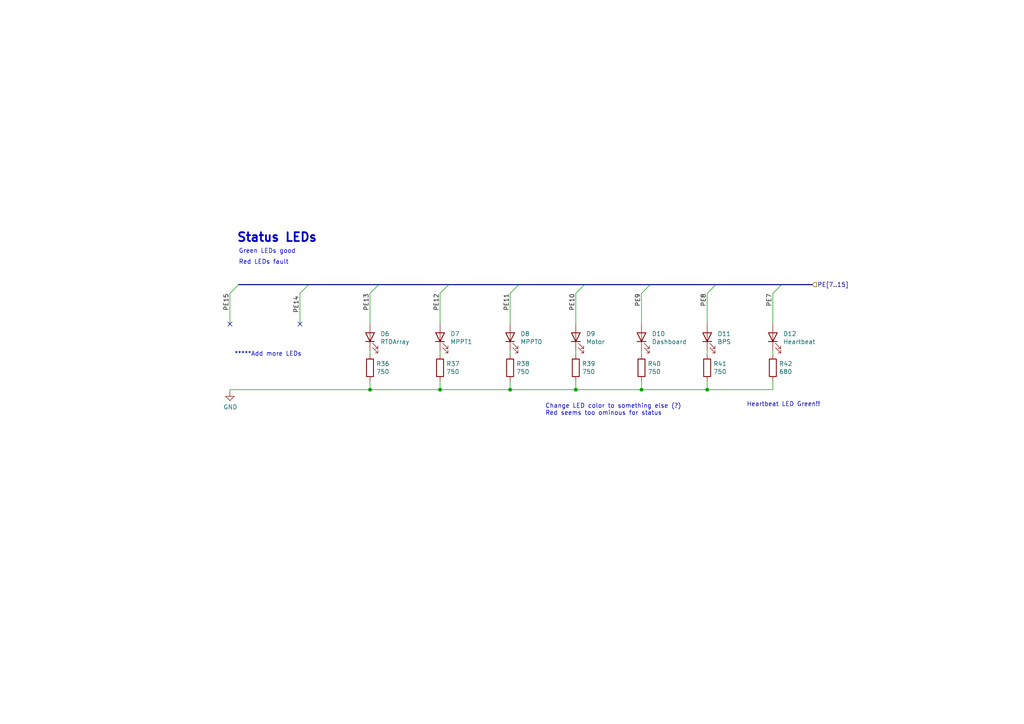
<source format=kicad_sch>
(kicad_sch (version 20230121) (generator eeschema)
  (paper "A4")
  (lib_symbols
    (symbol "Device:LED" (pin_numbers hide) (pin_names (offset 1.016) hide)
      (property "Reference" "D" (at 0 2.54 0))
      (property "Value" "LED" (at 0 -2.54 0))
      (symbol "LED_0_1"
        (polyline (pts (xy -1.27 -1.27) (xy -1.27 1.27)) (stroke (width 0.254)))
        (polyline (pts (xy -1.27 0) (xy 1.27 0)))
        (polyline (pts (xy 1.27 -1.27) (xy 1.27 1.27) (xy -1.27 0) (xy 1.27 -1.27)) (stroke (width 0.254)))
        (polyline (pts (xy -3.048 -0.762) (xy -4.572 -2.286) (xy -3.81 -2.286) (xy -4.572 -2.286) (xy -4.572 -1.524)))
        (polyline (pts (xy -1.778 -0.762) (xy -3.302 -2.286) (xy -2.54 -2.286) (xy -3.302 -2.286) (xy -3.302 -1.524)))
      )
      (symbol "LED_1_1"
        (pin passive line (at -3.81 0 0) (length 2.54) (name "K") (number "1"))
        (pin passive line (at 3.81 0 180) (length 2.54) (name "A") (number "2"))
      )
    )
    (symbol "Device:R" (pin_numbers hide) (pin_names (offset 0))
      (property "Reference" "R" (at 2.032 0 90))
      (property "Value" "R" (at 0 0 90))
      (symbol "R_0_1"
        (rectangle (start -1.016 -2.54) (end 1.016 2.54) (stroke (width 0.254)))
      )
      (symbol "R_1_1"
        (pin passive line (at 0 3.81 270) (length 1.27) (name "~") (number "1"))
        (pin passive line (at 0 -3.81 90) (length 1.27) (name "~") (number "2"))
      )
    )
    (symbol "power:GND" (power) (pin_names (offset 0))
      (property "Value" "GND" (at 0 -3.81 0))
      (symbol "GND_0_1"
        (polyline (pts (xy 0 0) (xy 0 -1.27) (xy 1.27 -1.27) (xy 0 -2.54) (xy -1.27 -1.27) (xy 0 -1.27)))
      )
      (symbol "GND_1_1"
        (pin power_in line (at 0 0 270) (length 0) hide (name "GND") (number "1"))
      )
    )
  )
  (junction (at 167.005 113.03))
  (junction (at 127.635 113.03))
  (junction (at 186.055 113.03))
  (junction (at 205.105 113.03))
  (junction (at 147.955 113.03))
  (junction (at 107.315 113.03))
  (no_connect (at 86.995 93.98))
  (no_connect (at 66.675 93.98))
  (bus_entry (at 150.495 82.55) (size -2.54 2.54))
  (bus_entry (at 130.175 82.55) (size -2.54 2.54))
  (bus_entry (at 188.595 82.55) (size -2.54 2.54))
  (bus_entry (at 169.545 82.55) (size -2.54 2.54))
  (bus_entry (at 109.855 82.55) (size -2.54 2.54))
  (bus_entry (at 207.645 82.55) (size -2.54 2.54))
  (bus_entry (at 224.155 85.09) (size 2.54 -2.54))
  (bus_entry (at 89.535 82.55) (size -2.54 2.54))
  (bus_entry (at 69.215 82.55) (size -2.54 2.54))
  (bus (pts (xy 207.645 82.55) (xy 226.695 82.55)))
  (wire (pts (xy 66.675 113.665) (xy 66.675 113.03)))
  (bus (pts (xy 169.545 82.55) (xy 188.595 82.55)))
  (wire (pts (xy 147.955 113.03) (xy 147.955 110.49)))
  (wire (pts (xy 167.005 101.6) (xy 167.005 102.87)))
  (wire (pts (xy 66.675 93.98) (xy 66.675 85.09)))
  (wire (pts (xy 127.635 113.03) (xy 127.635 110.49)))
  (wire (pts (xy 205.105 93.98) (xy 205.105 85.09)))
  (wire (pts (xy 167.005 93.98) (xy 167.005 85.09)))
  (bus (pts (xy 188.595 82.55) (xy 207.645 82.55)))
  (bus (pts (xy 109.855 82.55) (xy 130.175 82.55)))
  (wire (pts (xy 186.055 93.98) (xy 186.055 85.09)))
  (wire (pts (xy 127.635 93.98) (xy 127.635 85.09)))
  (bus (pts (xy 150.495 82.55) (xy 169.545 82.55)))
  (wire (pts (xy 127.635 101.6) (xy 127.635 102.87)))
  (wire (pts (xy 147.955 93.98) (xy 147.955 85.09)))
  (wire (pts (xy 224.155 113.03) (xy 205.105 113.03)))
  (wire (pts (xy 167.005 113.03) (xy 167.005 110.49)))
  (bus (pts (xy 226.695 82.55) (xy 235.585 82.55)))
  (wire (pts (xy 127.635 113.03) (xy 147.955 113.03)))
  (bus (pts (xy 89.535 82.55) (xy 109.855 82.55)))
  (wire (pts (xy 86.995 85.09) (xy 86.995 93.98)))
  (wire (pts (xy 224.155 93.98) (xy 224.155 85.09)))
  (wire (pts (xy 147.955 101.6) (xy 147.955 102.87)))
  (wire (pts (xy 186.055 101.6) (xy 186.055 102.87)))
  (wire (pts (xy 107.315 113.03) (xy 127.635 113.03)))
  (wire (pts (xy 167.005 113.03) (xy 186.055 113.03)))
  (wire (pts (xy 107.315 101.6) (xy 107.315 102.87)))
  (wire (pts (xy 205.105 101.6) (xy 205.105 102.87)))
  (bus (pts (xy 130.175 82.55) (xy 150.495 82.55)))
  (wire (pts (xy 224.155 110.49) (xy 224.155 113.03)))
  (wire (pts (xy 66.675 113.03) (xy 107.315 113.03)))
  (bus (pts (xy 69.215 82.55) (xy 89.535 82.55)))
  (wire (pts (xy 186.055 113.03) (xy 186.055 110.49)))
  (wire (pts (xy 205.105 113.03) (xy 205.105 110.49)))
  (wire (pts (xy 147.955 113.03) (xy 167.005 113.03)))
  (wire (pts (xy 224.155 101.6) (xy 224.155 102.87)))
  (wire (pts (xy 107.315 113.03) (xy 107.315 110.49)))
  (wire (pts (xy 107.315 85.09) (xy 107.315 93.98)))
  (wire (pts (xy 186.055 113.03) (xy 205.105 113.03)))
  (text "Change LED color to something else (?)\nRed seems too ominous for status" (at 158.115 120.65 0) (effects (font (size 1.27 1.27)) (justify left bottom)))
  (text "*****Add more LEDs" (at 67.945 103.505 0) (effects (font (size 1.27 1.27)) (justify left bottom)))
  (text "Heartbeat LED Green!!" (at 216.535 118.11 0) (effects (font (size 1.27 1.27)) (justify left bottom)))
  (text "Red LEDs fault" (at 69.215 76.835 0) (effects (font (size 1.27 1.27)) (justify left bottom)))
  (text "Status LEDs" (at 68.58 70.485 0) (effects (font (size 2.54 2.54) (thickness 0.508) bold) (justify left bottom)))
  (text "Green LEDs good" (at 69.215 73.66 0) (effects (font (size 1.27 1.27)) (justify left bottom)))
  (label "PE14" (at 86.995 85.725 270))
  (label "PE9" (at 186.055 85.09 270))
  (label "PE15" (at 66.675 85.09 270))
  (label "PE13" (at 107.315 85.09 270))
  (label "PE12" (at 127.635 85.09 270))
  (label "PE10" (at 167.005 85.09 270))
  (label "PE7" (at 224.155 85.09 270))
  (label "PE8" (at 205.105 85.09 270))
  (label "PE11" (at 147.955 85.09 270))
  (hierarchical_label "PE[7..15]" (shape input) (at 235.585 82.55 0))
  (symbol (lib_id "Device:LED") (at 224.155 97.79 90) (unit 1)
    (property "Reference" "D12" (at 227.1268 96.8248 90) (effects (justify right)))
    (property "Value" "Heartbeat" (at 227.1268 99.1362 90) (effects (justify right)))
    (property "Footprint" "LED_SMD:LED_0805_2012Metric" (effects hide))
    (property "Datasheet" "https://www.mouser.com/datasheet/2/216/APTD2012LCGCK-1102037.pdf" (effects hide))
    (property "Color" "Green" (effects hide))
    (property "P/N" "APTD2012LCGCK" (effects hide))
    (property "Vf" "1.9V" (effects hide))
  )
  (symbol (lib_id "Device:R") (at 224.155 106.68 0) (unit 1)
    (property "Reference" "R42" (at 225.933 105.5116 0) (effects (justify left)))
    (property "Value" "680" (at 225.933 107.823 0) (effects (justify left)))
    (property "Footprint" "Resistor_SMD:R_0805_2012Metric" (effects hide))
    (property "Datasheet" "https://www.mouser.com/datasheet/2/427/dcrcwe3-1762152.pdf" (effects hide))
    (property "P/N" "CRCW0805680RFKTA" (effects hide))
  )
  (symbol (lib_id "Device:LED") (at 147.955 97.79 90) (unit 1)
    (property "Reference" "D8" (at 150.9268 96.8248 90) (effects (justify right)))
    (property "Value" "MPPT0" (at 150.9268 99.1362 90) (effects (justify right)))
    (property "Footprint" "LED_SMD:LED_0805_2012Metric" (effects hide))
    (property "Datasheet" "https://www.mouser.com/datasheet/2/216/APT2012LSECK_J3_PRV-535674.pdf" (effects hide))
    (property "Color" "Red" (effects hide))
    (property "P/N" "APTD2012LSURCK" (effects hide))
  )
  (symbol (lib_id "Device:R") (at 147.955 106.68 0) (unit 1)
    (property "Reference" "R38" (at 149.733 105.5116 0) (effects (justify left)))
    (property "Value" "750" (at 149.733 107.823 0) (effects (justify left)))
    (property "Footprint" "Resistor_SMD:R_0805_2012Metric" (effects hide))
    (property "Datasheet" "https://www.mouser.com/datasheet/2/427/dcrcwe3-1762152.pdf" (effects hide))
    (property "P/N" "CRCW0805750RFKEAHP" (effects hide))
  )
  (symbol (lib_id "power:GND") (at 66.675 113.665 0) (unit 1)
    (property "Reference" "#PWR0176" (effects hide))
    (property "Value" "GND" (at 66.802 118.0592 0))
  )
  (symbol (lib_id "Device:LED") (at 186.055 97.79 90) (unit 1)
    (property "Reference" "D10" (at 189.0268 96.8248 90) (effects (justify right)))
    (property "Value" "Dashboard" (at 189.0268 99.1362 90) (effects (justify right)))
    (property "Footprint" "LED_SMD:LED_0805_2012Metric" (effects hide))
    (property "Datasheet" "https://www.mouser.com/datasheet/2/216/APT2012LSECK_J3_PRV-535674.pdf" (effects hide))
    (property "Color" "Red" (effects hide))
    (property "P/N" "APTD2012LSURCK" (effects hide))
  )
  (symbol (lib_id "Device:R") (at 186.055 106.68 0) (unit 1)
    (property "Reference" "R40" (at 187.833 105.5116 0) (effects (justify left)))
    (property "Value" "750" (at 187.833 107.823 0) (effects (justify left)))
    (property "Footprint" "Resistor_SMD:R_0805_2012Metric" (effects hide))
    (property "Datasheet" "https://www.mouser.com/datasheet/2/427/dcrcwe3-1762152.pdf" (effects hide))
    (property "P/N" "CRCW0805750RFKEAHP" (effects hide))
  )
  (symbol (lib_id "Device:LED") (at 167.005 97.79 90) (unit 1)
    (property "Reference" "D9" (at 169.9768 96.8248 90) (effects (justify right)))
    (property "Value" "Motor" (at 169.9768 99.1362 90) (effects (justify right)))
    (property "Footprint" "LED_SMD:LED_0805_2012Metric" (effects hide))
    (property "Datasheet" "https://www.mouser.com/datasheet/2/216/APT2012LSECK_J3_PRV-535674.pdf" (effects hide))
    (property "Color" "Red" (effects hide))
    (property "P/N" "APTD2012LSURCK" (effects hide))
  )
  (symbol (lib_id "Device:R") (at 167.005 106.68 0) (unit 1)
    (property "Reference" "R39" (at 168.783 105.5116 0) (effects (justify left)))
    (property "Value" "750" (at 168.783 107.823 0) (effects (justify left)))
    (property "Footprint" "Resistor_SMD:R_0805_2012Metric" (effects hide))
    (property "Datasheet" "https://www.mouser.com/datasheet/2/427/dcrcwe3-1762152.pdf" (effects hide))
    (property "P/N" "CRCW0805750RFKEAHP" (effects hide))
  )
  (symbol (lib_id "Device:LED") (at 205.105 97.79 90) (unit 1)
    (property "Reference" "D11" (at 208.0768 96.8248 90) (effects (justify right)))
    (property "Value" "BPS" (at 208.0768 99.1362 90) (effects (justify right)))
    (property "Footprint" "LED_SMD:LED_0805_2012Metric" (effects hide))
    (property "Datasheet" "https://www.mouser.com/datasheet/2/216/APT2012LSECK_J3_PRV-535674.pdf" (effects hide))
    (property "Color" "Red" (effects hide))
    (property "P/N" "APTD2012LSURCK" (effects hide))
  )
  (symbol (lib_id "Device:R") (at 205.105 106.68 0) (unit 1)
    (property "Reference" "R41" (at 206.883 105.5116 0) (effects (justify left)))
    (property "Value" "750" (at 206.883 107.823 0) (effects (justify left)))
    (property "Footprint" "Resistor_SMD:R_0805_2012Metric" (effects hide))
    (property "Datasheet" "https://www.mouser.com/datasheet/2/427/dcrcwe3-1762152.pdf" (effects hide))
    (property "P/N" "CRCW0805750RFKEAHP" (effects hide))
  )
  (symbol (lib_id "Device:R") (at 107.315 106.68 0) (unit 1)
    (property "Reference" "R36" (at 109.093 105.5116 0) (effects (justify left)))
    (property "Value" "750" (at 109.093 107.823 0) (effects (justify left)))
    (property "Footprint" "Resistor_SMD:R_0805_2012Metric" (effects hide))
    (property "Datasheet" "https://www.mouser.com/datasheet/2/427/dcrcwe3-1762152.pdf" (effects hide))
    (property "P/N" "CRCW0805750RFKEAHP" (effects hide))
  )
  (symbol (lib_id "Device:LED") (at 107.315 97.79 90) (unit 1)
    (property "Reference" "D6" (at 110.2868 96.8248 90) (effects (justify right)))
    (property "Value" "RTDArray" (at 110.2868 99.1362 90) (effects (justify right)))
    (property "Footprint" "LED_SMD:LED_0805_2012Metric" (effects hide))
    (property "Datasheet" "https://www.mouser.com/datasheet/2/216/APT2012LSECK_J3_PRV-535674.pdf" (effects hide))
    (property "Color" "Red" (effects hide))
    (property "P/N" "APTD2012LSURCK" (effects hide))
  )
  (symbol (lib_id "Device:R") (at 127.635 106.68 0) (unit 1)
    (property "Reference" "R37" (at 129.413 105.5116 0) (effects (justify left)))
    (property "Value" "750" (at 129.413 107.823 0) (effects (justify left)))
    (property "Footprint" "Resistor_SMD:R_0805_2012Metric" (effects hide))
    (property "Datasheet" "https://www.mouser.com/datasheet/2/427/dcrcwe3-1762152.pdf" (effects hide))
    (property "P/N" "CRCW0805750RFKEAHP" (effects hide))
  )
  (symbol (lib_id "Device:LED") (at 127.635 97.79 90) (unit 1)
    (property "Reference" "D7" (at 130.6068 96.8248 90) (effects (justify right)))
    (property "Value" "MPPT1" (at 130.6068 99.1362 90) (effects (justify right)))
    (property "Footprint" "LED_SMD:LED_0805_2012Metric" (effects hide))
    (property "Datasheet" "https://www.mouser.com/datasheet/2/216/APT2012LSECK_J3_PRV-535674.pdf" (effects hide))
    (property "Color" "Red" (effects hide))
    (property "P/N" "APTD2012LSURCK" (effects hide))
  )
)
</source>
